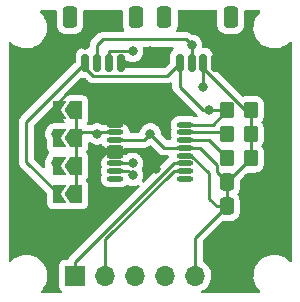
<source format=gbr>
%TF.GenerationSoftware,KiCad,Pcbnew,(6.0.7)*%
%TF.CreationDate,2022-08-07T18:23:06-05:00*%
%TF.ProjectId,ADS1219,41445331-3231-4392-9e6b-696361645f70,4*%
%TF.SameCoordinates,Original*%
%TF.FileFunction,Copper,L1,Top*%
%TF.FilePolarity,Positive*%
%FSLAX46Y46*%
G04 Gerber Fmt 4.6, Leading zero omitted, Abs format (unit mm)*
G04 Created by KiCad (PCBNEW (6.0.7)) date 2022-08-07 18:23:06*
%MOMM*%
%LPD*%
G01*
G04 APERTURE LIST*
G04 Aperture macros list*
%AMRoundRect*
0 Rectangle with rounded corners*
0 $1 Rounding radius*
0 $2 $3 $4 $5 $6 $7 $8 $9 X,Y pos of 4 corners*
0 Add a 4 corners polygon primitive as box body*
4,1,4,$2,$3,$4,$5,$6,$7,$8,$9,$2,$3,0*
0 Add four circle primitives for the rounded corners*
1,1,$1+$1,$2,$3*
1,1,$1+$1,$4,$5*
1,1,$1+$1,$6,$7*
1,1,$1+$1,$8,$9*
0 Add four rect primitives between the rounded corners*
20,1,$1+$1,$2,$3,$4,$5,0*
20,1,$1+$1,$4,$5,$6,$7,0*
20,1,$1+$1,$6,$7,$8,$9,0*
20,1,$1+$1,$8,$9,$2,$3,0*%
%AMFreePoly0*
4,1,6,1.000000,0.000000,0.500000,-0.750000,-0.500000,-0.750000,-0.500000,0.750000,0.500000,0.750000,1.000000,0.000000,1.000000,0.000000,$1*%
%AMFreePoly1*
4,1,6,0.500000,-0.750000,-0.650000,-0.750000,-0.150000,0.000000,-0.650000,0.750000,0.500000,0.750000,0.500000,-0.750000,0.500000,-0.750000,$1*%
G04 Aperture macros list end*
%TA.AperFunction,SMDPad,CuDef*%
%ADD10O,1.400000X0.449999*%
%TD*%
%TA.AperFunction,SMDPad,CuDef*%
%ADD11RoundRect,0.150000X0.150000X0.625000X-0.150000X0.625000X-0.150000X-0.625000X0.150000X-0.625000X0*%
%TD*%
%TA.AperFunction,SMDPad,CuDef*%
%ADD12RoundRect,0.250000X0.350000X0.650000X-0.350000X0.650000X-0.350000X-0.650000X0.350000X-0.650000X0*%
%TD*%
%TA.AperFunction,SMDPad,CuDef*%
%ADD13FreePoly0,180.000000*%
%TD*%
%TA.AperFunction,SMDPad,CuDef*%
%ADD14FreePoly1,180.000000*%
%TD*%
%TA.AperFunction,SMDPad,CuDef*%
%ADD15RoundRect,0.250000X0.350000X0.450000X-0.350000X0.450000X-0.350000X-0.450000X0.350000X-0.450000X0*%
%TD*%
%TA.AperFunction,SMDPad,CuDef*%
%ADD16RoundRect,0.250000X0.337500X0.475000X-0.337500X0.475000X-0.337500X-0.475000X0.337500X-0.475000X0*%
%TD*%
%TA.AperFunction,ComponentPad*%
%ADD17R,1.700000X1.700000*%
%TD*%
%TA.AperFunction,ComponentPad*%
%ADD18O,1.700000X1.700000*%
%TD*%
%TA.AperFunction,SMDPad,CuDef*%
%ADD19RoundRect,0.250000X-0.337500X-0.475000X0.337500X-0.475000X0.337500X0.475000X-0.337500X0.475000X0*%
%TD*%
%TA.AperFunction,ViaPad*%
%ADD20C,0.800000*%
%TD*%
%TA.AperFunction,Conductor*%
%ADD21C,0.250000*%
%TD*%
G04 APERTURE END LIST*
D10*
%TO.P,U1,1,A0*%
%TO.N,GND*%
X167550001Y-84225001D03*
%TO.P,U1,2,A1*%
%TO.N,/A1*%
X167550001Y-84875002D03*
%TO.P,U1,3,RESET_N*%
%TO.N,+3.3V*%
X167550001Y-85525001D03*
%TO.P,U1,4,DGND*%
%TO.N,GND*%
X167550001Y-86175002D03*
%TO.P,U1,5,AVSS*%
X167550001Y-86825001D03*
%TO.P,U1,6,AIN3*%
%TO.N,/AIN3*%
X167550001Y-87475002D03*
%TO.P,U1,7,AIN2*%
%TO.N,/AIN2*%
X167550001Y-88125001D03*
%TO.P,U1,8,REFN*%
%TO.N,unconnected-(U1-Pad8)*%
X167550001Y-88775002D03*
%TO.P,U1,9,REFP*%
%TO.N,unconnected-(U1-Pad9)*%
X173450002Y-88775002D03*
%TO.P,U1,10,AIN1*%
%TO.N,/AIN1*%
X173450002Y-88125001D03*
%TO.P,U1,11,AIN0*%
%TO.N,/AIN0*%
X173450002Y-87475002D03*
%TO.P,U1,12,AVDD*%
%TO.N,+3.3V*%
X173450002Y-86825001D03*
%TO.P,U1,13,DVDD*%
X173450002Y-86175002D03*
%TO.P,U1,14,DRDY_N*%
%TO.N,Net-(R2-Pad2)*%
X173450002Y-85525001D03*
%TO.P,U1,15,SDA*%
%TO.N,/SDA*%
X173450002Y-84875002D03*
%TO.P,U1,16,SCL*%
%TO.N,/SCL*%
X173450002Y-84225001D03*
%TD*%
D11*
%TO.P,J1,1,Pin_1*%
%TO.N,GND*%
X168000000Y-79000000D03*
%TO.P,J1,2,Pin_2*%
%TO.N,+3.3V*%
X167000000Y-79000000D03*
%TO.P,J1,3,Pin_3*%
%TO.N,/SDA*%
X166000000Y-79000000D03*
%TO.P,J1,4,Pin_4*%
%TO.N,/SCL*%
X165000000Y-79000000D03*
D12*
%TO.P,J1,MP*%
%TO.N,N/C*%
X163700000Y-75125000D03*
X169300000Y-75125000D03*
%TD*%
D13*
%TO.P,JP3,1,A*%
%TO.N,/A1*%
X164225000Y-87748570D03*
D14*
%TO.P,JP3,2,B*%
%TO.N,/SDA*%
X162775000Y-87748570D03*
%TD*%
D11*
%TO.P,J3,1,Pin_1*%
%TO.N,GND*%
X176000000Y-79000000D03*
%TO.P,J3,2,Pin_2*%
%TO.N,+3.3V*%
X175000000Y-79000000D03*
%TO.P,J3,3,Pin_3*%
%TO.N,/SDA*%
X174000000Y-79000000D03*
%TO.P,J3,4,Pin_4*%
%TO.N,/SCL*%
X173000000Y-79000000D03*
D12*
%TO.P,J3,MP*%
%TO.N,N/C*%
X171700000Y-75125000D03*
X177300000Y-75125000D03*
%TD*%
D15*
%TO.P,R3,1*%
%TO.N,+3.3V*%
X179000000Y-83000000D03*
%TO.P,R3,2*%
%TO.N,/SCL*%
X177000000Y-83000000D03*
%TD*%
D13*
%TO.P,JP1,1,A*%
%TO.N,/A1*%
X164225000Y-83000000D03*
D14*
%TO.P,JP1,2,B*%
%TO.N,GND*%
X162775000Y-83000000D03*
%TD*%
D16*
%TO.P,C1,1*%
%TO.N,GND*%
X179037500Y-89096000D03*
%TO.P,C1,2*%
%TO.N,+3.3V*%
X176962500Y-89096000D03*
%TD*%
D15*
%TO.P,R2,1*%
%TO.N,+3.3V*%
X179000000Y-87064000D03*
%TO.P,R2,2*%
%TO.N,Net-(R2-Pad2)*%
X177000000Y-87064000D03*
%TD*%
%TO.P,R1,1*%
%TO.N,+3.3V*%
X179000000Y-85032000D03*
%TO.P,R1,2*%
%TO.N,/SDA*%
X177000000Y-85032000D03*
%TD*%
D17*
%TO.P,J2,1,Pin_1*%
%TO.N,/AIN0*%
X164150000Y-97000000D03*
D18*
%TO.P,J2,2,Pin_2*%
%TO.N,/AIN1*%
X166690000Y-97000000D03*
%TO.P,J2,3,Pin_3*%
%TO.N,/AIN2*%
X169230000Y-97000000D03*
%TO.P,J2,4,Pin_4*%
%TO.N,/AIN3*%
X171770000Y-97000000D03*
%TO.P,J2,5,Pin_5*%
%TO.N,+3.3V*%
X174310000Y-97000000D03*
%TO.P,J2,6,Pin_6*%
%TO.N,GND*%
X176850000Y-97000000D03*
%TD*%
D13*
%TO.P,JP4,1,A*%
%TO.N,/A1*%
X164225000Y-90122855D03*
D14*
%TO.P,JP4,2,B*%
%TO.N,/SCL*%
X162775000Y-90122855D03*
%TD*%
D13*
%TO.P,JP2,1,A*%
%TO.N,/A1*%
X164225000Y-85374285D03*
D14*
%TO.P,JP2,2,B*%
%TO.N,+3.3V*%
X162775000Y-85374285D03*
%TD*%
D19*
%TO.P,C2,1*%
%TO.N,+3.3V*%
X176962500Y-91128000D03*
%TO.P,C2,2*%
%TO.N,GND*%
X179037500Y-91128000D03*
%TD*%
D20*
%TO.N,GND*%
X169000000Y-81500000D03*
X169000000Y-84500000D03*
X171000000Y-88000000D03*
%TO.N,/A1*%
X166000000Y-85000000D03*
%TO.N,/SCL*%
X175500000Y-83000000D03*
%TO.N,GND*%
X170500000Y-78000000D03*
X172000000Y-81500000D03*
X176000000Y-77500000D03*
X165000000Y-77500000D03*
%TO.N,+3.3V*%
X175000000Y-81000000D03*
X170500000Y-85000000D03*
X162500000Y-85000000D03*
X169000000Y-78000000D03*
%TO.N,/SDA*%
X177000000Y-85000000D03*
X162500000Y-87500000D03*
X174000000Y-77500000D03*
%TO.N,/AIN2*%
X169000000Y-88500000D03*
%TO.N,/AIN3*%
X169000000Y-87500000D03*
%TD*%
D21*
%TO.N,/A1*%
X166124998Y-84875002D02*
X167550001Y-84875002D01*
X166000000Y-85000000D02*
X166124998Y-84875002D01*
%TO.N,/SCL*%
X175500000Y-83000000D02*
X175000000Y-83000000D01*
%TO.N,+3.3V*%
X174675002Y-86175002D02*
X176122600Y-87622600D01*
X169000000Y-78000000D02*
X168947600Y-77947600D01*
X174310000Y-93780500D02*
X174310000Y-97000000D01*
X179000000Y-87064000D02*
X179000000Y-83000000D01*
X175500000Y-88339500D02*
X175500000Y-90500000D01*
X178545856Y-83000000D02*
X175000000Y-79454144D01*
X176968000Y-89096000D02*
X179000000Y-87064000D01*
X173450002Y-86175002D02*
X174675002Y-86175002D01*
X167052400Y-77947600D02*
X167000000Y-78000000D01*
X175000000Y-79454144D02*
X175000000Y-79000000D01*
X176128000Y-91128000D02*
X176962500Y-91128000D01*
X168947600Y-77947600D02*
X167052400Y-77947600D01*
X175000000Y-81000000D02*
X175000000Y-79000000D01*
X179000000Y-83000000D02*
X178545856Y-83000000D01*
X176962500Y-91128000D02*
X174310000Y-93780500D01*
X173450002Y-86825001D02*
X173985501Y-86825001D01*
X176122600Y-88256100D02*
X176962500Y-89096000D01*
X176122600Y-87622600D02*
X176122600Y-88256100D01*
X170500000Y-85000000D02*
X171675002Y-86175002D01*
X171675002Y-86175002D02*
X173450002Y-86175002D01*
X176962500Y-91128000D02*
X176962500Y-89096000D01*
X176962500Y-89096000D02*
X176968000Y-89096000D01*
X170500000Y-85000000D02*
X169974999Y-85525001D01*
X173985501Y-86825001D02*
X175500000Y-88339500D01*
X175500000Y-90500000D02*
X176128000Y-91128000D01*
X167000000Y-78000000D02*
X167000000Y-79000000D01*
X169974999Y-85525001D02*
X167550001Y-85525001D01*
%TO.N,/SDA*%
X173450002Y-84875002D02*
X176843002Y-84875002D01*
X176843002Y-84875002D02*
X177000000Y-85032000D01*
X174000000Y-77500000D02*
X174000000Y-79000000D01*
X177000000Y-85000000D02*
X177000000Y-85032000D01*
X173500000Y-77000000D02*
X166500000Y-77000000D01*
X166500000Y-77000000D02*
X166000000Y-77500000D01*
X166000000Y-77500000D02*
X166000000Y-79000000D01*
X174000000Y-77500000D02*
X173500000Y-77000000D01*
%TO.N,/SCL*%
X177000000Y-83000000D02*
X175774999Y-84225001D01*
X175774999Y-84225001D02*
X173450002Y-84225001D01*
X175000000Y-83000000D02*
X173000000Y-81000000D01*
X165000000Y-79379435D02*
X165000000Y-79000000D01*
X165000000Y-79000000D02*
X160000000Y-84000000D01*
X173000000Y-81000000D02*
X173000000Y-79000000D01*
X160000000Y-87347855D02*
X162775000Y-90122855D01*
X177000000Y-83000000D02*
X175500000Y-83000000D01*
X160000000Y-84000000D02*
X160000000Y-87347855D01*
X173000000Y-79000000D02*
X171947600Y-80052400D01*
X165672965Y-80052400D02*
X165000000Y-79379435D01*
X171947600Y-80052400D02*
X165672965Y-80052400D01*
%TO.N,/AIN0*%
X173450002Y-87475002D02*
X172500002Y-87475002D01*
X164150000Y-95825004D02*
X164150000Y-97000000D01*
X172500002Y-87475002D02*
X164150000Y-95825004D01*
%TO.N,/AIN1*%
X173450002Y-88125001D02*
X172500002Y-88125001D01*
X172500002Y-88125001D02*
X166690000Y-93935003D01*
X166690000Y-93935003D02*
X166690000Y-97000000D01*
%TO.N,/AIN2*%
X168625001Y-88125001D02*
X167550001Y-88125001D01*
X169000000Y-88500000D02*
X168625001Y-88125001D01*
%TO.N,/AIN3*%
X167574999Y-87500000D02*
X167550001Y-87475002D01*
X169000000Y-87500000D02*
X167574999Y-87500000D01*
%TO.N,Net-(R2-Pad2)*%
X173450002Y-85525001D02*
X175461001Y-85525001D01*
X175461001Y-85525001D02*
X177000000Y-87064000D01*
%TO.N,/A1*%
X164225000Y-85374285D02*
X164724283Y-84875002D01*
X164225000Y-83000000D02*
X164225000Y-90122855D01*
X164724283Y-84875002D02*
X167550001Y-84875002D01*
%TD*%
%TA.AperFunction,Conductor*%
%TO.N,GND*%
G36*
X176133621Y-74528502D02*
G01*
X176180114Y-74582158D01*
X176191500Y-74634500D01*
X176191500Y-75825400D01*
X176191837Y-75828646D01*
X176191837Y-75828650D01*
X176200208Y-75909322D01*
X176202474Y-75931166D01*
X176258450Y-76098946D01*
X176351522Y-76249348D01*
X176476697Y-76374305D01*
X176482927Y-76378145D01*
X176482928Y-76378146D01*
X176620090Y-76462694D01*
X176627262Y-76467115D01*
X176692764Y-76488841D01*
X176788611Y-76520632D01*
X176788613Y-76520632D01*
X176795139Y-76522797D01*
X176801975Y-76523497D01*
X176801978Y-76523498D01*
X176845031Y-76527909D01*
X176899600Y-76533500D01*
X177700400Y-76533500D01*
X177703646Y-76533163D01*
X177703650Y-76533163D01*
X177799308Y-76523238D01*
X177799312Y-76523237D01*
X177806166Y-76522526D01*
X177812702Y-76520345D01*
X177812704Y-76520345D01*
X177963824Y-76469927D01*
X177973946Y-76466550D01*
X178124348Y-76373478D01*
X178249305Y-76248303D01*
X178253146Y-76242072D01*
X178338275Y-76103968D01*
X178338276Y-76103966D01*
X178342115Y-76097738D01*
X178397797Y-75929861D01*
X178399902Y-75909322D01*
X178406358Y-75846307D01*
X178408500Y-75825400D01*
X178408500Y-74634500D01*
X178428502Y-74566379D01*
X178482158Y-74519886D01*
X178534500Y-74508500D01*
X179697141Y-74508500D01*
X179765262Y-74528502D01*
X179811755Y-74582158D01*
X179821859Y-74652432D01*
X179788916Y-74720832D01*
X179629557Y-74890237D01*
X179480576Y-75104991D01*
X179364975Y-75339407D01*
X179285293Y-75588335D01*
X179243279Y-75846307D01*
X179239858Y-76107655D01*
X179275104Y-76366638D01*
X179276412Y-76371124D01*
X179276412Y-76371126D01*
X179290080Y-76418019D01*
X179348243Y-76617567D01*
X179457668Y-76854928D01*
X179460231Y-76858837D01*
X179598410Y-77069596D01*
X179598414Y-77069601D01*
X179600976Y-77073509D01*
X179775018Y-77268506D01*
X179975970Y-77435637D01*
X179979973Y-77438066D01*
X180195422Y-77568804D01*
X180195426Y-77568806D01*
X180199419Y-77571229D01*
X180440455Y-77672303D01*
X180693783Y-77736641D01*
X180698434Y-77737109D01*
X180698438Y-77737110D01*
X180891308Y-77756531D01*
X180910867Y-77758500D01*
X181066354Y-77758500D01*
X181068679Y-77758327D01*
X181068685Y-77758327D01*
X181256000Y-77744407D01*
X181256004Y-77744406D01*
X181260652Y-77744061D01*
X181265200Y-77743032D01*
X181265206Y-77743031D01*
X181470849Y-77696498D01*
X181515577Y-77686377D01*
X181551769Y-77672303D01*
X181754824Y-77593340D01*
X181754827Y-77593339D01*
X181759177Y-77591647D01*
X181784229Y-77577329D01*
X181940810Y-77487835D01*
X181986098Y-77461951D01*
X182191357Y-77300138D01*
X182255294Y-77232171D01*
X182273725Y-77212578D01*
X182334969Y-77176666D01*
X182405907Y-77179566D01*
X182464015Y-77220357D01*
X182490846Y-77286088D01*
X182491500Y-77298911D01*
X182491500Y-95699708D01*
X182471498Y-95767829D01*
X182417842Y-95814322D01*
X182347568Y-95824426D01*
X182282988Y-95794932D01*
X182271497Y-95783610D01*
X182257412Y-95767829D01*
X182224982Y-95731494D01*
X182024030Y-95564363D01*
X181976844Y-95535730D01*
X181804578Y-95431196D01*
X181804574Y-95431194D01*
X181800581Y-95428771D01*
X181559545Y-95327697D01*
X181306217Y-95263359D01*
X181301566Y-95262891D01*
X181301562Y-95262890D01*
X181092271Y-95241816D01*
X181089133Y-95241500D01*
X180933646Y-95241500D01*
X180931321Y-95241673D01*
X180931315Y-95241673D01*
X180744000Y-95255593D01*
X180743996Y-95255594D01*
X180739348Y-95255939D01*
X180734800Y-95256968D01*
X180734794Y-95256969D01*
X180548399Y-95299147D01*
X180484423Y-95313623D01*
X180480071Y-95315315D01*
X180480069Y-95315316D01*
X180245176Y-95406660D01*
X180245173Y-95406661D01*
X180240823Y-95408353D01*
X180013902Y-95538049D01*
X179808643Y-95699862D01*
X179629557Y-95890237D01*
X179537981Y-96022243D01*
X179483696Y-96100494D01*
X179480576Y-96104991D01*
X179478510Y-96109181D01*
X179478508Y-96109184D01*
X179384597Y-96299618D01*
X179364975Y-96339407D01*
X179363553Y-96343850D01*
X179363552Y-96343852D01*
X179360690Y-96352792D01*
X179285293Y-96588335D01*
X179243279Y-96846307D01*
X179243218Y-96850980D01*
X179240396Y-97066590D01*
X179239858Y-97107655D01*
X179275104Y-97366638D01*
X179276412Y-97371124D01*
X179276412Y-97371126D01*
X179296098Y-97438664D01*
X179348243Y-97617567D01*
X179457668Y-97854928D01*
X179485995Y-97898134D01*
X179598410Y-98069596D01*
X179598414Y-98069601D01*
X179600976Y-98073509D01*
X179775018Y-98268506D01*
X179778611Y-98271494D01*
X179781978Y-98274746D01*
X179780400Y-98276380D01*
X179814782Y-98327680D01*
X179816149Y-98398663D01*
X179778923Y-98459118D01*
X179714922Y-98489849D01*
X179694592Y-98491500D01*
X174897160Y-98491500D01*
X174829039Y-98471498D01*
X174782546Y-98417842D01*
X174772442Y-98347568D01*
X174801936Y-98282988D01*
X174841728Y-98252349D01*
X175003346Y-98173173D01*
X175007994Y-98170896D01*
X175189860Y-98041173D01*
X175348096Y-97883489D01*
X175478453Y-97702077D01*
X175499320Y-97659857D01*
X175575136Y-97506453D01*
X175575137Y-97506451D01*
X175577430Y-97501811D01*
X175642370Y-97288069D01*
X175671529Y-97066590D01*
X175673156Y-97000000D01*
X175654852Y-96777361D01*
X175600431Y-96560702D01*
X175511354Y-96355840D01*
X175390014Y-96168277D01*
X175239670Y-96003051D01*
X175235619Y-95999852D01*
X175235615Y-95999848D01*
X175068414Y-95867800D01*
X175068410Y-95867798D01*
X175064359Y-95864598D01*
X175059835Y-95862101D01*
X175059831Y-95862098D01*
X175008608Y-95833822D01*
X174958636Y-95783390D01*
X174943500Y-95723513D01*
X174943500Y-94095094D01*
X174963502Y-94026973D01*
X174980405Y-94005999D01*
X176587999Y-92398405D01*
X176650311Y-92364379D01*
X176677094Y-92361500D01*
X177350400Y-92361500D01*
X177353646Y-92361163D01*
X177353650Y-92361163D01*
X177449308Y-92351238D01*
X177449312Y-92351237D01*
X177456166Y-92350526D01*
X177462702Y-92348345D01*
X177462704Y-92348345D01*
X177616998Y-92296868D01*
X177623946Y-92294550D01*
X177774348Y-92201478D01*
X177899305Y-92076303D01*
X177992115Y-91925738D01*
X178047797Y-91757861D01*
X178058500Y-91653400D01*
X178058500Y-90602600D01*
X178053634Y-90555699D01*
X178048238Y-90503692D01*
X178048237Y-90503688D01*
X178047526Y-90496834D01*
X178022304Y-90421233D01*
X177993868Y-90336002D01*
X177991550Y-90329054D01*
X177898478Y-90178652D01*
X177901212Y-90176960D01*
X177879951Y-90124462D01*
X177893107Y-90054695D01*
X177899638Y-90044508D01*
X177899305Y-90044303D01*
X177988275Y-89899968D01*
X177988276Y-89899966D01*
X177992115Y-89893738D01*
X178047797Y-89725861D01*
X178058500Y-89621400D01*
X178058500Y-88953595D01*
X178078502Y-88885474D01*
X178095405Y-88864499D01*
X178650501Y-88309404D01*
X178712813Y-88275379D01*
X178739596Y-88272500D01*
X179400400Y-88272500D01*
X179403646Y-88272163D01*
X179403650Y-88272163D01*
X179499308Y-88262238D01*
X179499312Y-88262237D01*
X179506166Y-88261526D01*
X179512702Y-88259345D01*
X179512704Y-88259345D01*
X179666998Y-88207868D01*
X179673946Y-88205550D01*
X179824348Y-88112478D01*
X179949305Y-87987303D01*
X179953146Y-87981072D01*
X180038275Y-87842968D01*
X180038276Y-87842966D01*
X180042115Y-87836738D01*
X180074461Y-87739217D01*
X180095632Y-87675389D01*
X180095632Y-87675387D01*
X180097797Y-87668861D01*
X180098512Y-87661889D01*
X180108172Y-87567598D01*
X180108500Y-87564400D01*
X180108500Y-86563600D01*
X180103202Y-86512535D01*
X180098238Y-86464692D01*
X180098237Y-86464688D01*
X180097526Y-86457834D01*
X180041550Y-86290054D01*
X179948478Y-86139652D01*
X179943296Y-86134479D01*
X179938749Y-86128742D01*
X179940551Y-86127314D01*
X179911809Y-86074774D01*
X179916819Y-86003955D01*
X179940542Y-85966976D01*
X179939596Y-85966229D01*
X179944134Y-85960483D01*
X179949305Y-85955303D01*
X179989008Y-85890893D01*
X180038275Y-85810968D01*
X180038276Y-85810966D01*
X180042115Y-85804738D01*
X180097797Y-85636861D01*
X180108500Y-85532400D01*
X180108500Y-84531600D01*
X180106866Y-84515847D01*
X180098238Y-84432692D01*
X180098237Y-84432688D01*
X180097526Y-84425834D01*
X180081318Y-84377251D01*
X180043868Y-84265002D01*
X180041550Y-84258054D01*
X179948478Y-84107652D01*
X179943296Y-84102479D01*
X179938749Y-84096742D01*
X179940551Y-84095314D01*
X179911809Y-84042774D01*
X179916819Y-83971955D01*
X179940542Y-83934976D01*
X179939596Y-83934229D01*
X179944134Y-83928483D01*
X179949305Y-83923303D01*
X179977758Y-83877144D01*
X180038275Y-83778968D01*
X180038276Y-83778966D01*
X180042115Y-83772738D01*
X180079856Y-83658953D01*
X180095632Y-83611389D01*
X180095632Y-83611387D01*
X180097797Y-83604861D01*
X180100001Y-83583356D01*
X180105356Y-83531086D01*
X180108500Y-83500400D01*
X180108500Y-82499600D01*
X180097526Y-82393834D01*
X180041550Y-82226054D01*
X179948478Y-82075652D01*
X179823303Y-81950695D01*
X179759328Y-81911260D01*
X179678968Y-81861725D01*
X179678966Y-81861724D01*
X179672738Y-81857885D01*
X179551957Y-81817824D01*
X179511389Y-81804368D01*
X179511387Y-81804368D01*
X179504861Y-81802203D01*
X179498025Y-81801503D01*
X179498022Y-81801502D01*
X179454969Y-81797091D01*
X179400400Y-81791500D01*
X178599600Y-81791500D01*
X178596354Y-81791837D01*
X178596350Y-81791837D01*
X178500692Y-81801762D01*
X178500688Y-81801763D01*
X178493834Y-81802474D01*
X178487300Y-81804654D01*
X178487295Y-81804655D01*
X178380565Y-81840263D01*
X178309615Y-81842847D01*
X178251594Y-81809834D01*
X177053713Y-80611952D01*
X175845405Y-79403644D01*
X175811379Y-79341332D01*
X175808500Y-79314549D01*
X175808500Y-78308498D01*
X175805562Y-78271169D01*
X175759145Y-78111399D01*
X175742107Y-78082589D01*
X175678491Y-77975020D01*
X175678489Y-77975017D01*
X175674453Y-77968193D01*
X175556807Y-77850547D01*
X175549983Y-77846511D01*
X175549980Y-77846509D01*
X175420427Y-77769892D01*
X175420428Y-77769892D01*
X175413601Y-77765855D01*
X175405990Y-77763644D01*
X175405988Y-77763643D01*
X175335039Y-77743031D01*
X175253831Y-77719438D01*
X175247426Y-77718934D01*
X175247421Y-77718933D01*
X175218958Y-77716693D01*
X175218950Y-77716693D01*
X175216502Y-77716500D01*
X175030686Y-77716500D01*
X174962565Y-77696498D01*
X174916072Y-77642842D01*
X174905376Y-77577329D01*
X174906018Y-77571229D01*
X174913504Y-77500000D01*
X174904285Y-77412289D01*
X174894232Y-77316635D01*
X174894232Y-77316633D01*
X174893542Y-77310072D01*
X174834527Y-77128444D01*
X174823742Y-77109763D01*
X174742341Y-76968774D01*
X174739040Y-76963056D01*
X174611253Y-76821134D01*
X174456752Y-76708882D01*
X174450724Y-76706198D01*
X174450722Y-76706197D01*
X174288319Y-76633891D01*
X174288318Y-76633891D01*
X174282288Y-76631206D01*
X174188887Y-76611353D01*
X174101944Y-76592872D01*
X174101939Y-76592872D01*
X174095487Y-76591500D01*
X174040309Y-76591500D01*
X173972188Y-76571498D01*
X173954058Y-76557352D01*
X173942349Y-76546357D01*
X173939505Y-76543600D01*
X173919770Y-76523865D01*
X173916573Y-76521385D01*
X173907551Y-76513680D01*
X173894122Y-76501069D01*
X173875321Y-76483414D01*
X173868375Y-76479595D01*
X173868372Y-76479593D01*
X173857566Y-76473652D01*
X173841047Y-76462801D01*
X173840583Y-76462441D01*
X173825041Y-76450386D01*
X173817772Y-76447241D01*
X173817768Y-76447238D01*
X173784463Y-76432826D01*
X173773813Y-76427609D01*
X173735060Y-76406305D01*
X173715437Y-76401267D01*
X173696734Y-76394863D01*
X173685420Y-76389967D01*
X173685419Y-76389967D01*
X173678145Y-76386819D01*
X173670322Y-76385580D01*
X173670312Y-76385577D01*
X173634476Y-76379901D01*
X173622856Y-76377495D01*
X173587711Y-76368472D01*
X173587710Y-76368472D01*
X173580030Y-76366500D01*
X173559776Y-76366500D01*
X173540065Y-76364949D01*
X173527886Y-76363020D01*
X173520057Y-76361780D01*
X173490786Y-76364547D01*
X173476039Y-76365941D01*
X173464181Y-76366500D01*
X172802130Y-76366500D01*
X172734009Y-76346498D01*
X172687516Y-76292842D01*
X172677412Y-76222568D01*
X172694870Y-76174384D01*
X172738275Y-76103968D01*
X172738276Y-76103966D01*
X172742115Y-76097738D01*
X172797797Y-75929861D01*
X172799902Y-75909322D01*
X172806358Y-75846307D01*
X172808500Y-75825400D01*
X172808500Y-74634500D01*
X172828502Y-74566379D01*
X172882158Y-74519886D01*
X172934500Y-74508500D01*
X176065500Y-74508500D01*
X176133621Y-74528502D01*
G37*
%TD.AperFunction*%
%TA.AperFunction,Conductor*%
G36*
X162533621Y-74528502D02*
G01*
X162580114Y-74582158D01*
X162591500Y-74634500D01*
X162591500Y-75825400D01*
X162591837Y-75828646D01*
X162591837Y-75828650D01*
X162600208Y-75909322D01*
X162602474Y-75931166D01*
X162658450Y-76098946D01*
X162751522Y-76249348D01*
X162876697Y-76374305D01*
X162882927Y-76378145D01*
X162882928Y-76378146D01*
X163020090Y-76462694D01*
X163027262Y-76467115D01*
X163092764Y-76488841D01*
X163188611Y-76520632D01*
X163188613Y-76520632D01*
X163195139Y-76522797D01*
X163201975Y-76523497D01*
X163201978Y-76523498D01*
X163245031Y-76527909D01*
X163299600Y-76533500D01*
X164100400Y-76533500D01*
X164103646Y-76533163D01*
X164103650Y-76533163D01*
X164199308Y-76523238D01*
X164199312Y-76523237D01*
X164206166Y-76522526D01*
X164212702Y-76520345D01*
X164212704Y-76520345D01*
X164363824Y-76469927D01*
X164373946Y-76466550D01*
X164524348Y-76373478D01*
X164649305Y-76248303D01*
X164653146Y-76242072D01*
X164738275Y-76103968D01*
X164738276Y-76103966D01*
X164742115Y-76097738D01*
X164797797Y-75929861D01*
X164799902Y-75909322D01*
X164806358Y-75846307D01*
X164808500Y-75825400D01*
X164808500Y-74634500D01*
X164828502Y-74566379D01*
X164882158Y-74519886D01*
X164934500Y-74508500D01*
X168065500Y-74508500D01*
X168133621Y-74528502D01*
X168180114Y-74582158D01*
X168191500Y-74634500D01*
X168191500Y-75825400D01*
X168191837Y-75828646D01*
X168191837Y-75828650D01*
X168200208Y-75909322D01*
X168202474Y-75931166D01*
X168258450Y-76098946D01*
X168305017Y-76174197D01*
X168323855Y-76242649D01*
X168302694Y-76310418D01*
X168248253Y-76355990D01*
X168197873Y-76366500D01*
X166578768Y-76366500D01*
X166567585Y-76365973D01*
X166560092Y-76364298D01*
X166552166Y-76364547D01*
X166552165Y-76364547D01*
X166492002Y-76366438D01*
X166488044Y-76366500D01*
X166460144Y-76366500D01*
X166456154Y-76367004D01*
X166444320Y-76367936D01*
X166400111Y-76369326D01*
X166392497Y-76371538D01*
X166392492Y-76371539D01*
X166380659Y-76374977D01*
X166361296Y-76378988D01*
X166341203Y-76381526D01*
X166333836Y-76384443D01*
X166333831Y-76384444D01*
X166300092Y-76397802D01*
X166288865Y-76401646D01*
X166246407Y-76413982D01*
X166239581Y-76418019D01*
X166228972Y-76424293D01*
X166211224Y-76432988D01*
X166192383Y-76440448D01*
X166185967Y-76445110D01*
X166185966Y-76445110D01*
X166156613Y-76466436D01*
X166146693Y-76472952D01*
X166115465Y-76491420D01*
X166115462Y-76491422D01*
X166108638Y-76495458D01*
X166094317Y-76509779D01*
X166079284Y-76522619D01*
X166062893Y-76534528D01*
X166036516Y-76566413D01*
X166034712Y-76568593D01*
X166026722Y-76577374D01*
X165607742Y-76996353D01*
X165599463Y-77003887D01*
X165592982Y-77008000D01*
X165546357Y-77057651D01*
X165543602Y-77060493D01*
X165523865Y-77080230D01*
X165521385Y-77083427D01*
X165513682Y-77092447D01*
X165483414Y-77124679D01*
X165479595Y-77131625D01*
X165479593Y-77131628D01*
X165473652Y-77142434D01*
X165462801Y-77158953D01*
X165450386Y-77174959D01*
X165447241Y-77182228D01*
X165447238Y-77182232D01*
X165432826Y-77215537D01*
X165427609Y-77226187D01*
X165406305Y-77264940D01*
X165404334Y-77272615D01*
X165404334Y-77272616D01*
X165401267Y-77284562D01*
X165394863Y-77303266D01*
X165386819Y-77321855D01*
X165385580Y-77329678D01*
X165385577Y-77329688D01*
X165379901Y-77365524D01*
X165377495Y-77377144D01*
X165366500Y-77419970D01*
X165366500Y-77440224D01*
X165364949Y-77459934D01*
X165361780Y-77479943D01*
X165362526Y-77487835D01*
X165365941Y-77523961D01*
X165366500Y-77535819D01*
X165366500Y-77591999D01*
X165346498Y-77660120D01*
X165292842Y-77706613D01*
X165230611Y-77717610D01*
X165218976Y-77716694D01*
X165218958Y-77716693D01*
X165216502Y-77716500D01*
X164783498Y-77716500D01*
X164781050Y-77716693D01*
X164781042Y-77716693D01*
X164752579Y-77718933D01*
X164752574Y-77718934D01*
X164746169Y-77719438D01*
X164664961Y-77743031D01*
X164594012Y-77763643D01*
X164594010Y-77763644D01*
X164586399Y-77765855D01*
X164579572Y-77769892D01*
X164579573Y-77769892D01*
X164450020Y-77846509D01*
X164450017Y-77846511D01*
X164443193Y-77850547D01*
X164325547Y-77968193D01*
X164321511Y-77975017D01*
X164321509Y-77975020D01*
X164257893Y-78082589D01*
X164240855Y-78111399D01*
X164194438Y-78271169D01*
X164191500Y-78308498D01*
X164191500Y-78860406D01*
X164171498Y-78928527D01*
X164154596Y-78949500D01*
X161873665Y-81230430D01*
X159607747Y-83496348D01*
X159599461Y-83503888D01*
X159592982Y-83508000D01*
X159587557Y-83513777D01*
X159546357Y-83557651D01*
X159543602Y-83560493D01*
X159523865Y-83580230D01*
X159521385Y-83583427D01*
X159513682Y-83592447D01*
X159483414Y-83624679D01*
X159479595Y-83631625D01*
X159479593Y-83631628D01*
X159473652Y-83642434D01*
X159462801Y-83658953D01*
X159450386Y-83674959D01*
X159447241Y-83682228D01*
X159447238Y-83682232D01*
X159432826Y-83715537D01*
X159427609Y-83726187D01*
X159406305Y-83764940D01*
X159404334Y-83772615D01*
X159404334Y-83772616D01*
X159401267Y-83784562D01*
X159394863Y-83803266D01*
X159386819Y-83821855D01*
X159385580Y-83829678D01*
X159385577Y-83829688D01*
X159379901Y-83865524D01*
X159377495Y-83877144D01*
X159366500Y-83919970D01*
X159366500Y-83940224D01*
X159364949Y-83959934D01*
X159361780Y-83979943D01*
X159362526Y-83987835D01*
X159365941Y-84023961D01*
X159366500Y-84035819D01*
X159366500Y-87269088D01*
X159365973Y-87280271D01*
X159364298Y-87287764D01*
X159364547Y-87295690D01*
X159364547Y-87295691D01*
X159366438Y-87355841D01*
X159366500Y-87359800D01*
X159366500Y-87387711D01*
X159366997Y-87391645D01*
X159366997Y-87391646D01*
X159367005Y-87391711D01*
X159367938Y-87403548D01*
X159369327Y-87447744D01*
X159374978Y-87467194D01*
X159378987Y-87486555D01*
X159381526Y-87506652D01*
X159384445Y-87514023D01*
X159384445Y-87514025D01*
X159397804Y-87547767D01*
X159401649Y-87558997D01*
X159413982Y-87601448D01*
X159418015Y-87608267D01*
X159418017Y-87608272D01*
X159424293Y-87618883D01*
X159432988Y-87636631D01*
X159440448Y-87655472D01*
X159445110Y-87661888D01*
X159445110Y-87661889D01*
X159466436Y-87691242D01*
X159472952Y-87701162D01*
X159495458Y-87739217D01*
X159509779Y-87753538D01*
X159522619Y-87768571D01*
X159534528Y-87784962D01*
X159540634Y-87790013D01*
X159568605Y-87813153D01*
X159577384Y-87821143D01*
X161724366Y-89968125D01*
X161758392Y-90030437D01*
X161761271Y-90057220D01*
X161761271Y-90872855D01*
X161766500Y-90945966D01*
X161807696Y-91086266D01*
X161812567Y-91093845D01*
X161881878Y-91201696D01*
X161881880Y-91201699D01*
X161886750Y-91209276D01*
X161893560Y-91215177D01*
X161990445Y-91299129D01*
X161990448Y-91299131D01*
X161997257Y-91305031D01*
X162130266Y-91365774D01*
X162139189Y-91367057D01*
X162155100Y-91369345D01*
X162275000Y-91386584D01*
X163425000Y-91386584D01*
X163427514Y-91386383D01*
X163499647Y-91380615D01*
X163499650Y-91380614D01*
X163506645Y-91380055D01*
X163513343Y-91377965D01*
X163513345Y-91377965D01*
X163533981Y-91371527D01*
X163589438Y-91367093D01*
X163647214Y-91375400D01*
X163725000Y-91386584D01*
X164725000Y-91386584D01*
X164756986Y-91384296D01*
X164791373Y-91381837D01*
X164791374Y-91381837D01*
X164798111Y-91381355D01*
X164877618Y-91358010D01*
X164929765Y-91342698D01*
X164929767Y-91342697D01*
X164938411Y-91340159D01*
X165002255Y-91299129D01*
X165053841Y-91265977D01*
X165053844Y-91265975D01*
X165061421Y-91261105D01*
X165106331Y-91209276D01*
X165151274Y-91157410D01*
X165151276Y-91157407D01*
X165157176Y-91150598D01*
X165217919Y-91017589D01*
X165238729Y-90872855D01*
X165238729Y-89372855D01*
X165233500Y-89299744D01*
X165192304Y-89159444D01*
X165167035Y-89120125D01*
X165118122Y-89044014D01*
X165118120Y-89044011D01*
X165113250Y-89036434D01*
X165106439Y-89030532D01*
X165106437Y-89030530D01*
X165104823Y-89029131D01*
X165103669Y-89027335D01*
X165100539Y-89023723D01*
X165101059Y-89023273D01*
X165066442Y-88969404D01*
X165066444Y-88898407D01*
X165092115Y-88851397D01*
X165151274Y-88783125D01*
X165151276Y-88783122D01*
X165157176Y-88776313D01*
X165217919Y-88643304D01*
X165238729Y-88498570D01*
X165238729Y-86998570D01*
X165233500Y-86925459D01*
X165199614Y-86810053D01*
X165194843Y-86793805D01*
X165194842Y-86793803D01*
X165192304Y-86785159D01*
X165164680Y-86742176D01*
X165118122Y-86669729D01*
X165118120Y-86669726D01*
X165113250Y-86662149D01*
X165106439Y-86656247D01*
X165106437Y-86656245D01*
X165104823Y-86654846D01*
X165103669Y-86653050D01*
X165100539Y-86649438D01*
X165101059Y-86648988D01*
X165066442Y-86595119D01*
X165066444Y-86524122D01*
X165092115Y-86477112D01*
X165151274Y-86408840D01*
X165151276Y-86408837D01*
X165157176Y-86402028D01*
X165217919Y-86269019D01*
X165238729Y-86124285D01*
X165238729Y-85817161D01*
X165258731Y-85749040D01*
X165312387Y-85702547D01*
X165382661Y-85692443D01*
X165438790Y-85715225D01*
X165537906Y-85787237D01*
X165543248Y-85791118D01*
X165549276Y-85793802D01*
X165549278Y-85793803D01*
X165708110Y-85864519D01*
X165717712Y-85868794D01*
X165811113Y-85888647D01*
X165898056Y-85907128D01*
X165898061Y-85907128D01*
X165904513Y-85908500D01*
X166095487Y-85908500D01*
X166101939Y-85907128D01*
X166101944Y-85907128D01*
X166240660Y-85877642D01*
X166282288Y-85868794D01*
X166288321Y-85866108D01*
X166288324Y-85866107D01*
X166291322Y-85864772D01*
X166293211Y-85864519D01*
X166294598Y-85864068D01*
X166294680Y-85864322D01*
X166361690Y-85855339D01*
X166425986Y-85885448D01*
X166444050Y-85905198D01*
X166497090Y-85977271D01*
X166534901Y-86028651D01*
X166665252Y-86139392D01*
X166706987Y-86160703D01*
X166791542Y-86203879D01*
X166817582Y-86217176D01*
X166824688Y-86218915D01*
X166824691Y-86218916D01*
X166903613Y-86238228D01*
X166983721Y-86257830D01*
X166989323Y-86258178D01*
X166989326Y-86258178D01*
X166992581Y-86258380D01*
X166992591Y-86258380D01*
X166994520Y-86258500D01*
X168067828Y-86258500D01*
X168157196Y-86248081D01*
X168187620Y-86244534D01*
X168187622Y-86244534D01*
X168194892Y-86243686D01*
X168201770Y-86241190D01*
X168201772Y-86241189D01*
X168348790Y-86187824D01*
X168355669Y-86185327D01*
X168365120Y-86179131D01*
X168367671Y-86178369D01*
X168368336Y-86178036D01*
X168368395Y-86178153D01*
X168434207Y-86158501D01*
X169896232Y-86158501D01*
X169907415Y-86159028D01*
X169914908Y-86160703D01*
X169922834Y-86160454D01*
X169922835Y-86160454D01*
X169982985Y-86158563D01*
X169986944Y-86158501D01*
X170014855Y-86158501D01*
X170018790Y-86158004D01*
X170018855Y-86157996D01*
X170030692Y-86157063D01*
X170062950Y-86156049D01*
X170066969Y-86155923D01*
X170074888Y-86155674D01*
X170094342Y-86150022D01*
X170113699Y-86146014D01*
X170125929Y-86144469D01*
X170125930Y-86144469D01*
X170133796Y-86143475D01*
X170141167Y-86140556D01*
X170141169Y-86140556D01*
X170174911Y-86127197D01*
X170186141Y-86123352D01*
X170220982Y-86113230D01*
X170220983Y-86113230D01*
X170228592Y-86111019D01*
X170235411Y-86106986D01*
X170235416Y-86106984D01*
X170246027Y-86100708D01*
X170263775Y-86092013D01*
X170282616Y-86084553D01*
X170318386Y-86058565D01*
X170328306Y-86052049D01*
X170359534Y-86033581D01*
X170359537Y-86033579D01*
X170366361Y-86029543D01*
X170380682Y-86015222D01*
X170395716Y-86002381D01*
X170405693Y-85995132D01*
X170412106Y-85990473D01*
X170416749Y-85984860D01*
X170479846Y-85952939D01*
X170550468Y-85960228D01*
X170591842Y-85987746D01*
X170887919Y-86283824D01*
X171171355Y-86567260D01*
X171178889Y-86575539D01*
X171183002Y-86582020D01*
X171200800Y-86598733D01*
X171232653Y-86628645D01*
X171235495Y-86631400D01*
X171255232Y-86651137D01*
X171258429Y-86653617D01*
X171267449Y-86661320D01*
X171299681Y-86691588D01*
X171306627Y-86695407D01*
X171306630Y-86695409D01*
X171317436Y-86701350D01*
X171333955Y-86712201D01*
X171349961Y-86724616D01*
X171357230Y-86727761D01*
X171357234Y-86727764D01*
X171390539Y-86742176D01*
X171401189Y-86747393D01*
X171439942Y-86768697D01*
X171447617Y-86770668D01*
X171447618Y-86770668D01*
X171459564Y-86773735D01*
X171478269Y-86780139D01*
X171496857Y-86788183D01*
X171504680Y-86789422D01*
X171504690Y-86789425D01*
X171540526Y-86795101D01*
X171552146Y-86797507D01*
X171587291Y-86806530D01*
X171594972Y-86808502D01*
X171615226Y-86808502D01*
X171634936Y-86810053D01*
X171654945Y-86813222D01*
X171662837Y-86812476D01*
X171698963Y-86809061D01*
X171710821Y-86808502D01*
X171961435Y-86808502D01*
X172029556Y-86828504D01*
X172076049Y-86882160D01*
X172086153Y-86952434D01*
X172058520Y-87014817D01*
X172034704Y-87043606D01*
X172026714Y-87052386D01*
X170001721Y-89077378D01*
X169939409Y-89111404D01*
X169868593Y-89106339D01*
X169811758Y-89063792D01*
X169786947Y-88997272D01*
X169803506Y-88925286D01*
X169834527Y-88871556D01*
X169893542Y-88689928D01*
X169898346Y-88644226D01*
X169912814Y-88506565D01*
X169913504Y-88500000D01*
X169908183Y-88449372D01*
X169894232Y-88316635D01*
X169894232Y-88316633D01*
X169893542Y-88310072D01*
X169834527Y-88128444D01*
X169796743Y-88063000D01*
X169780005Y-87994005D01*
X169796743Y-87937000D01*
X169831223Y-87877279D01*
X169831224Y-87877278D01*
X169834527Y-87871556D01*
X169893542Y-87689928D01*
X169897164Y-87655472D01*
X169912814Y-87506565D01*
X169913504Y-87500000D01*
X169901702Y-87387711D01*
X169894232Y-87316635D01*
X169894232Y-87316633D01*
X169893542Y-87310072D01*
X169834527Y-87128444D01*
X169739040Y-86963056D01*
X169722719Y-86944929D01*
X169615675Y-86826045D01*
X169615674Y-86826044D01*
X169611253Y-86821134D01*
X169501651Y-86741503D01*
X169462094Y-86712763D01*
X169462093Y-86712762D01*
X169456752Y-86708882D01*
X169450724Y-86706198D01*
X169450722Y-86706197D01*
X169288319Y-86633891D01*
X169288318Y-86633891D01*
X169282288Y-86631206D01*
X169184028Y-86610320D01*
X169101944Y-86592872D01*
X169101939Y-86592872D01*
X169095487Y-86591500D01*
X168904513Y-86591500D01*
X168898061Y-86592872D01*
X168898056Y-86592872D01*
X168815972Y-86610320D01*
X168717712Y-86631206D01*
X168711682Y-86633891D01*
X168711681Y-86633891D01*
X168549278Y-86706197D01*
X168549276Y-86706198D01*
X168543248Y-86708882D01*
X168537907Y-86712762D01*
X168537906Y-86712763D01*
X168438353Y-86785093D01*
X168371485Y-86808951D01*
X168306990Y-86795373D01*
X168288939Y-86786156D01*
X168282420Y-86782827D01*
X168275314Y-86781088D01*
X168275311Y-86781087D01*
X168184287Y-86758814D01*
X168116281Y-86742173D01*
X168110679Y-86741825D01*
X168110676Y-86741825D01*
X168107421Y-86741623D01*
X168107411Y-86741623D01*
X168105482Y-86741503D01*
X167032174Y-86741503D01*
X166942806Y-86751922D01*
X166912382Y-86755469D01*
X166912380Y-86755469D01*
X166905110Y-86756317D01*
X166898232Y-86758813D01*
X166898230Y-86758814D01*
X166751211Y-86812179D01*
X166751208Y-86812181D01*
X166744333Y-86814676D01*
X166601295Y-86908457D01*
X166483666Y-87032628D01*
X166397758Y-87180529D01*
X166395637Y-87187533D01*
X166395635Y-87187537D01*
X166350303Y-87337213D01*
X166348179Y-87344226D01*
X166337589Y-87514939D01*
X166366554Y-87683509D01*
X166369419Y-87690243D01*
X166369420Y-87690245D01*
X166392888Y-87745397D01*
X166401155Y-87815911D01*
X166397538Y-87831254D01*
X166365511Y-87937000D01*
X166348179Y-87994225D01*
X166347726Y-88001535D01*
X166347725Y-88001538D01*
X166343913Y-88063000D01*
X166337589Y-88164938D01*
X166338829Y-88172154D01*
X166338829Y-88172156D01*
X166345885Y-88213221D01*
X166366554Y-88333508D01*
X166369417Y-88340236D01*
X166369418Y-88340240D01*
X166392889Y-88395400D01*
X166401155Y-88465913D01*
X166397539Y-88481253D01*
X166348179Y-88644226D01*
X166337589Y-88814939D01*
X166366554Y-88983509D01*
X166369419Y-88990243D01*
X166369420Y-88990245D01*
X166420975Y-89111404D01*
X166433523Y-89140894D01*
X166534901Y-89278652D01*
X166665252Y-89389393D01*
X166817582Y-89467177D01*
X166824688Y-89468916D01*
X166824691Y-89468917D01*
X166903613Y-89488229D01*
X166983721Y-89507831D01*
X166989323Y-89508179D01*
X166989326Y-89508179D01*
X166992581Y-89508381D01*
X166992591Y-89508381D01*
X166994520Y-89508501D01*
X168067828Y-89508501D01*
X168157196Y-89498082D01*
X168187620Y-89494535D01*
X168187622Y-89494535D01*
X168194892Y-89493687D01*
X168201770Y-89491191D01*
X168201772Y-89491190D01*
X168348791Y-89437825D01*
X168348794Y-89437823D01*
X168355669Y-89435328D01*
X168498707Y-89341547D01*
X168499433Y-89342655D01*
X168557488Y-89317370D01*
X168624465Y-89327278D01*
X168659003Y-89342655D01*
X168717712Y-89368794D01*
X168811112Y-89388647D01*
X168898056Y-89407128D01*
X168898061Y-89407128D01*
X168904513Y-89408500D01*
X169095487Y-89408500D01*
X169101939Y-89407128D01*
X169101944Y-89407128D01*
X169188888Y-89388647D01*
X169282288Y-89368794D01*
X169288315Y-89366111D01*
X169288323Y-89366108D01*
X169432750Y-89301805D01*
X169503117Y-89292371D01*
X169567414Y-89322478D01*
X169605227Y-89382567D01*
X169604551Y-89453560D01*
X169573093Y-89506006D01*
X163757747Y-95321352D01*
X163749461Y-95328892D01*
X163742982Y-95333004D01*
X163737557Y-95338781D01*
X163696357Y-95382655D01*
X163693602Y-95385497D01*
X163673865Y-95405234D01*
X163671385Y-95408431D01*
X163663682Y-95417451D01*
X163633414Y-95449683D01*
X163629595Y-95456629D01*
X163629593Y-95456632D01*
X163623652Y-95467438D01*
X163612801Y-95483957D01*
X163600386Y-95499963D01*
X163597241Y-95507232D01*
X163597238Y-95507236D01*
X163582826Y-95540541D01*
X163577605Y-95551199D01*
X163571704Y-95561934D01*
X163563861Y-95576200D01*
X163513516Y-95626259D01*
X163453446Y-95641500D01*
X163251866Y-95641500D01*
X163189684Y-95648255D01*
X163053295Y-95699385D01*
X162936739Y-95786739D01*
X162849385Y-95903295D01*
X162798255Y-96039684D01*
X162791500Y-96101866D01*
X162791500Y-97898134D01*
X162798255Y-97960316D01*
X162849385Y-98096705D01*
X162936739Y-98213261D01*
X162943919Y-98218642D01*
X162943920Y-98218643D01*
X163005339Y-98264674D01*
X163047854Y-98321533D01*
X163052880Y-98392352D01*
X163018820Y-98454645D01*
X162956489Y-98488635D01*
X162929774Y-98491500D01*
X161322859Y-98491500D01*
X161254738Y-98471498D01*
X161208245Y-98417842D01*
X161198141Y-98347568D01*
X161231084Y-98279167D01*
X161240485Y-98269174D01*
X161390443Y-98109763D01*
X161526856Y-97913126D01*
X161536759Y-97898851D01*
X161536761Y-97898848D01*
X161539424Y-97895009D01*
X161632496Y-97706277D01*
X161652960Y-97664781D01*
X161652961Y-97664778D01*
X161655025Y-97660593D01*
X161734707Y-97411665D01*
X161776721Y-97153693D01*
X161780142Y-96892345D01*
X161744896Y-96633362D01*
X161730473Y-96583877D01*
X161673068Y-96386932D01*
X161671757Y-96382433D01*
X161659498Y-96355840D01*
X161575030Y-96172617D01*
X161562332Y-96145072D01*
X161511500Y-96067540D01*
X161421590Y-95930404D01*
X161421586Y-95930399D01*
X161419024Y-95926491D01*
X161244982Y-95731494D01*
X161044030Y-95564363D01*
X160996844Y-95535730D01*
X160824578Y-95431196D01*
X160824574Y-95431194D01*
X160820581Y-95428771D01*
X160579545Y-95327697D01*
X160326217Y-95263359D01*
X160321566Y-95262891D01*
X160321562Y-95262890D01*
X160112271Y-95241816D01*
X160109133Y-95241500D01*
X159953646Y-95241500D01*
X159951321Y-95241673D01*
X159951315Y-95241673D01*
X159764000Y-95255593D01*
X159763996Y-95255594D01*
X159759348Y-95255939D01*
X159754800Y-95256968D01*
X159754794Y-95256969D01*
X159568399Y-95299147D01*
X159504423Y-95313623D01*
X159500071Y-95315315D01*
X159500069Y-95315316D01*
X159265176Y-95406660D01*
X159265173Y-95406661D01*
X159260823Y-95408353D01*
X159033902Y-95538049D01*
X158828643Y-95699862D01*
X158739211Y-95794932D01*
X158726275Y-95808683D01*
X158665031Y-95844595D01*
X158594094Y-95841695D01*
X158535985Y-95800904D01*
X158509154Y-95735173D01*
X158508500Y-95722350D01*
X158508500Y-77300292D01*
X158528502Y-77232171D01*
X158582158Y-77185678D01*
X158652432Y-77175574D01*
X158717012Y-77205068D01*
X158728499Y-77216386D01*
X158775018Y-77268506D01*
X158975970Y-77435637D01*
X158979973Y-77438066D01*
X159195422Y-77568804D01*
X159195426Y-77568806D01*
X159199419Y-77571229D01*
X159440455Y-77672303D01*
X159693783Y-77736641D01*
X159698434Y-77737109D01*
X159698438Y-77737110D01*
X159891308Y-77756531D01*
X159910867Y-77758500D01*
X160066354Y-77758500D01*
X160068679Y-77758327D01*
X160068685Y-77758327D01*
X160256000Y-77744407D01*
X160256004Y-77744406D01*
X160260652Y-77744061D01*
X160265200Y-77743032D01*
X160265206Y-77743031D01*
X160470849Y-77696498D01*
X160515577Y-77686377D01*
X160551769Y-77672303D01*
X160754824Y-77593340D01*
X160754827Y-77593339D01*
X160759177Y-77591647D01*
X160784229Y-77577329D01*
X160940810Y-77487835D01*
X160986098Y-77461951D01*
X161191357Y-77300138D01*
X161370443Y-77109763D01*
X161519424Y-76895009D01*
X161635025Y-76660593D01*
X161661664Y-76577374D01*
X161713280Y-76416123D01*
X161714707Y-76411665D01*
X161756721Y-76153693D01*
X161759548Y-75937704D01*
X161760081Y-75897022D01*
X161760081Y-75897019D01*
X161760142Y-75892345D01*
X161724896Y-75633362D01*
X161710473Y-75583877D01*
X161653068Y-75386932D01*
X161651757Y-75382433D01*
X161542332Y-75145072D01*
X161489663Y-75064739D01*
X161401590Y-74930404D01*
X161401586Y-74930399D01*
X161399024Y-74926491D01*
X161224982Y-74731494D01*
X161221389Y-74728506D01*
X161218022Y-74725254D01*
X161219600Y-74723620D01*
X161185218Y-74672320D01*
X161183851Y-74601337D01*
X161221077Y-74540882D01*
X161285078Y-74510151D01*
X161305408Y-74508500D01*
X162465500Y-74508500D01*
X162533621Y-74528502D01*
G37*
%TD.AperFunction*%
%TA.AperFunction,Conductor*%
G36*
X164716351Y-80271899D02*
G01*
X164746169Y-80280562D01*
X164752574Y-80281066D01*
X164752579Y-80281067D01*
X164781042Y-80283307D01*
X164781050Y-80283307D01*
X164783498Y-80283500D01*
X164955971Y-80283500D01*
X165024092Y-80303502D01*
X165045066Y-80320405D01*
X165169308Y-80444647D01*
X165176852Y-80452937D01*
X165180965Y-80459418D01*
X165186742Y-80464843D01*
X165230632Y-80506058D01*
X165233474Y-80508813D01*
X165253195Y-80528534D01*
X165256390Y-80531012D01*
X165265412Y-80538718D01*
X165297644Y-80568986D01*
X165304593Y-80572806D01*
X165315397Y-80578746D01*
X165331921Y-80589599D01*
X165347924Y-80602013D01*
X165388508Y-80619576D01*
X165399138Y-80624783D01*
X165437905Y-80646095D01*
X165445582Y-80648066D01*
X165445587Y-80648068D01*
X165457523Y-80651132D01*
X165476231Y-80657537D01*
X165494820Y-80665581D01*
X165502648Y-80666821D01*
X165502655Y-80666823D01*
X165538489Y-80672499D01*
X165550109Y-80674905D01*
X165581924Y-80683073D01*
X165592935Y-80685900D01*
X165613189Y-80685900D01*
X165632899Y-80687451D01*
X165652908Y-80690620D01*
X165660800Y-80689874D01*
X165679545Y-80688102D01*
X165696927Y-80686459D01*
X165708784Y-80685900D01*
X171868833Y-80685900D01*
X171880016Y-80686427D01*
X171887509Y-80688102D01*
X171895435Y-80687853D01*
X171895436Y-80687853D01*
X171955586Y-80685962D01*
X171959545Y-80685900D01*
X171987456Y-80685900D01*
X171991391Y-80685403D01*
X171991456Y-80685395D01*
X172003293Y-80684462D01*
X172035551Y-80683448D01*
X172039570Y-80683322D01*
X172047489Y-80683073D01*
X172066943Y-80677421D01*
X172086300Y-80673413D01*
X172098530Y-80671868D01*
X172098531Y-80671868D01*
X172106397Y-80670874D01*
X172113768Y-80667955D01*
X172113770Y-80667955D01*
X172147512Y-80654596D01*
X172158742Y-80650751D01*
X172187913Y-80642276D01*
X172201192Y-80638418D01*
X172201820Y-80640578D01*
X172260922Y-80633283D01*
X172324900Y-80664062D01*
X172362082Y-80724543D01*
X172366500Y-80757617D01*
X172366500Y-80921233D01*
X172365973Y-80932416D01*
X172364298Y-80939909D01*
X172364547Y-80947835D01*
X172364547Y-80947836D01*
X172366438Y-81007986D01*
X172366500Y-81011945D01*
X172366500Y-81039856D01*
X172366997Y-81043790D01*
X172366997Y-81043791D01*
X172367005Y-81043856D01*
X172367938Y-81055693D01*
X172369327Y-81099889D01*
X172374978Y-81119339D01*
X172378987Y-81138700D01*
X172381526Y-81158797D01*
X172384445Y-81166168D01*
X172384445Y-81166170D01*
X172397804Y-81199912D01*
X172401649Y-81211142D01*
X172413982Y-81253593D01*
X172418015Y-81260412D01*
X172418017Y-81260417D01*
X172424293Y-81271028D01*
X172432988Y-81288776D01*
X172440448Y-81307617D01*
X172445110Y-81314033D01*
X172445110Y-81314034D01*
X172466436Y-81343387D01*
X172472952Y-81353307D01*
X172483745Y-81371556D01*
X172495458Y-81391362D01*
X172509779Y-81405683D01*
X172522619Y-81420716D01*
X172534528Y-81437107D01*
X172540634Y-81442158D01*
X172568605Y-81465298D01*
X172577384Y-81473288D01*
X174480501Y-83376406D01*
X174514527Y-83438718D01*
X174509462Y-83509534D01*
X174466915Y-83566369D01*
X174400395Y-83591180D01*
X174391406Y-83591501D01*
X174327637Y-83591501D01*
X174270336Y-83577718D01*
X174188937Y-83536153D01*
X174188935Y-83536152D01*
X174182421Y-83532826D01*
X174175315Y-83531087D01*
X174175312Y-83531086D01*
X174096390Y-83511774D01*
X174016282Y-83492172D01*
X174010680Y-83491824D01*
X174010677Y-83491824D01*
X174007422Y-83491622D01*
X174007412Y-83491622D01*
X174005483Y-83491502D01*
X172932175Y-83491502D01*
X172842807Y-83501921D01*
X172812383Y-83505468D01*
X172812381Y-83505468D01*
X172805111Y-83506316D01*
X172798233Y-83508812D01*
X172798231Y-83508813D01*
X172651212Y-83562178D01*
X172651209Y-83562180D01*
X172644334Y-83564675D01*
X172593472Y-83598022D01*
X172512490Y-83651117D01*
X172501296Y-83658456D01*
X172383667Y-83782627D01*
X172356332Y-83829688D01*
X172301956Y-83923303D01*
X172297759Y-83930528D01*
X172295638Y-83937532D01*
X172295636Y-83937536D01*
X172263763Y-84042774D01*
X172248180Y-84094225D01*
X172247727Y-84101535D01*
X172247726Y-84101538D01*
X172244381Y-84155469D01*
X172237590Y-84264938D01*
X172238830Y-84272154D01*
X172238830Y-84272156D01*
X172264113Y-84419296D01*
X172266555Y-84433508D01*
X172269418Y-84440236D01*
X172269419Y-84440240D01*
X172292890Y-84495400D01*
X172301156Y-84565913D01*
X172297540Y-84581253D01*
X172248180Y-84744226D01*
X172247727Y-84751536D01*
X172247726Y-84751539D01*
X172244485Y-84803794D01*
X172237590Y-84914939D01*
X172266555Y-85083509D01*
X172269420Y-85090243D01*
X172269421Y-85090245D01*
X172292889Y-85145397D01*
X172301156Y-85215911D01*
X172297539Y-85231254D01*
X172248180Y-85394225D01*
X172247727Y-85401535D01*
X172247726Y-85401538D01*
X172246376Y-85423304D01*
X172222194Y-85490056D01*
X172165763Y-85533137D01*
X172120618Y-85541502D01*
X171989596Y-85541502D01*
X171921475Y-85521500D01*
X171900501Y-85504597D01*
X171447122Y-85051218D01*
X171413096Y-84988906D01*
X171410907Y-84975293D01*
X171394232Y-84816635D01*
X171394232Y-84816633D01*
X171393542Y-84810072D01*
X171334527Y-84628444D01*
X171239040Y-84463056D01*
X171218497Y-84440240D01*
X171115675Y-84326045D01*
X171115674Y-84326044D01*
X171111253Y-84321134D01*
X170956752Y-84208882D01*
X170950724Y-84206198D01*
X170950722Y-84206197D01*
X170788319Y-84133891D01*
X170788318Y-84133891D01*
X170782288Y-84131206D01*
X170676392Y-84108697D01*
X170601944Y-84092872D01*
X170601939Y-84092872D01*
X170595487Y-84091500D01*
X170404513Y-84091500D01*
X170398061Y-84092872D01*
X170398056Y-84092872D01*
X170323608Y-84108697D01*
X170217712Y-84131206D01*
X170211682Y-84133891D01*
X170211681Y-84133891D01*
X170049278Y-84206197D01*
X170049276Y-84206198D01*
X170043248Y-84208882D01*
X169888747Y-84321134D01*
X169884326Y-84326044D01*
X169884325Y-84326045D01*
X169781504Y-84440240D01*
X169760960Y-84463056D01*
X169665473Y-84628444D01*
X169650765Y-84673710D01*
X169608289Y-84804437D01*
X169568215Y-84863043D01*
X169502819Y-84890680D01*
X169488456Y-84891501D01*
X168878306Y-84891501D01*
X168810185Y-84871499D01*
X168763692Y-84817843D01*
X168754126Y-84786838D01*
X168734688Y-84673710D01*
X168734687Y-84673708D01*
X168733448Y-84666495D01*
X168696869Y-84580529D01*
X168669346Y-84515847D01*
X168669345Y-84515845D01*
X168666479Y-84509110D01*
X168565101Y-84371352D01*
X168434750Y-84260611D01*
X168339902Y-84212179D01*
X168288936Y-84186154D01*
X168288934Y-84186153D01*
X168282420Y-84182827D01*
X168275314Y-84181088D01*
X168275311Y-84181087D01*
X168176796Y-84156981D01*
X168116281Y-84142173D01*
X168110679Y-84141825D01*
X168110676Y-84141825D01*
X168107421Y-84141623D01*
X168107411Y-84141623D01*
X168105482Y-84141503D01*
X167032174Y-84141503D01*
X166942806Y-84151922D01*
X166912382Y-84155469D01*
X166912380Y-84155469D01*
X166905110Y-84156317D01*
X166898232Y-84158813D01*
X166898230Y-84158814D01*
X166760295Y-84208882D01*
X166744333Y-84214676D01*
X166738214Y-84218688D01*
X166734883Y-84220872D01*
X166732331Y-84221634D01*
X166731666Y-84221967D01*
X166731607Y-84221850D01*
X166665795Y-84241502D01*
X166542590Y-84241502D01*
X166474469Y-84221500D01*
X166468528Y-84217437D01*
X166462096Y-84212764D01*
X166462091Y-84212761D01*
X166456752Y-84208882D01*
X166450722Y-84206197D01*
X166288319Y-84133891D01*
X166288318Y-84133891D01*
X166282288Y-84131206D01*
X166176392Y-84108697D01*
X166101944Y-84092872D01*
X166101939Y-84092872D01*
X166095487Y-84091500D01*
X165904513Y-84091500D01*
X165898061Y-84092872D01*
X165898056Y-84092872D01*
X165823608Y-84108697D01*
X165717712Y-84131206D01*
X165711682Y-84133891D01*
X165711681Y-84133891D01*
X165549279Y-84206197D01*
X165543248Y-84208882D01*
X165537909Y-84212761D01*
X165537904Y-84212764D01*
X165531472Y-84217437D01*
X165464605Y-84241296D01*
X165457410Y-84241502D01*
X165247854Y-84241502D01*
X165179733Y-84221500D01*
X165133240Y-84167844D01*
X165123136Y-84097570D01*
X165147988Y-84043154D01*
X165146402Y-84042135D01*
X165151274Y-84034555D01*
X165157176Y-84027743D01*
X165179006Y-83979943D01*
X165214175Y-83902932D01*
X165217919Y-83894734D01*
X165238729Y-83750000D01*
X165238729Y-82250000D01*
X165233500Y-82176889D01*
X165207992Y-82090016D01*
X165194843Y-82045235D01*
X165194842Y-82045233D01*
X165192304Y-82036589D01*
X165146318Y-81965034D01*
X165118122Y-81921159D01*
X165118120Y-81921156D01*
X165113250Y-81913579D01*
X165106440Y-81907678D01*
X165009555Y-81823726D01*
X165009552Y-81823724D01*
X165002743Y-81817824D01*
X164973279Y-81804368D01*
X164877932Y-81760825D01*
X164877933Y-81760825D01*
X164869734Y-81757081D01*
X164725000Y-81736271D01*
X163725000Y-81736271D01*
X163723036Y-81736395D01*
X163723032Y-81736395D01*
X163666920Y-81739934D01*
X163666916Y-81739935D01*
X163660443Y-81740343D01*
X163519472Y-81779176D01*
X163511812Y-81783919D01*
X163511809Y-81783920D01*
X163402813Y-81851406D01*
X163402811Y-81851407D01*
X163395150Y-81856151D01*
X163389133Y-81862864D01*
X163389024Y-81862955D01*
X163388926Y-81863093D01*
X163300564Y-81961673D01*
X163300560Y-81961678D01*
X163297552Y-81965034D01*
X162797552Y-82715034D01*
X162788218Y-82729558D01*
X162729718Y-82863569D01*
X162711344Y-83008632D01*
X162734582Y-83152996D01*
X162797552Y-83284966D01*
X163215768Y-83912289D01*
X163217351Y-83914664D01*
X163238495Y-83982439D01*
X163219641Y-84050886D01*
X163166774Y-84098274D01*
X163112513Y-84110556D01*
X162698383Y-84110556D01*
X162672186Y-84107803D01*
X162601944Y-84092872D01*
X162601939Y-84092872D01*
X162595487Y-84091500D01*
X162404513Y-84091500D01*
X162398061Y-84092872D01*
X162398056Y-84092872D01*
X162327814Y-84107803D01*
X162301617Y-84110556D01*
X162275000Y-84110556D01*
X162243014Y-84112844D01*
X162208627Y-84115303D01*
X162208626Y-84115303D01*
X162201889Y-84115785D01*
X162140226Y-84133891D01*
X162070235Y-84154442D01*
X162070233Y-84154443D01*
X162061589Y-84156981D01*
X162054010Y-84161852D01*
X161946159Y-84231163D01*
X161946156Y-84231165D01*
X161938579Y-84236035D01*
X161842824Y-84346542D01*
X161833660Y-84366609D01*
X161827140Y-84380885D01*
X161806164Y-84412851D01*
X161787565Y-84433508D01*
X161760960Y-84463056D01*
X161757659Y-84468774D01*
X161757656Y-84468778D01*
X161730481Y-84515847D01*
X161665473Y-84628444D01*
X161606458Y-84810072D01*
X161605768Y-84816633D01*
X161605768Y-84816635D01*
X161589093Y-84975293D01*
X161586496Y-85000000D01*
X161587186Y-85006565D01*
X161601778Y-85145397D01*
X161606458Y-85189928D01*
X161665473Y-85371556D01*
X161668776Y-85377278D01*
X161668777Y-85377279D01*
X161744390Y-85508244D01*
X161761271Y-85571244D01*
X161761271Y-86124285D01*
X161766500Y-86197396D01*
X161807696Y-86337696D01*
X161812567Y-86345275D01*
X161881878Y-86453126D01*
X161881880Y-86453129D01*
X161886750Y-86460706D01*
X161893561Y-86466608D01*
X161893563Y-86466610D01*
X161895177Y-86468009D01*
X161896331Y-86469805D01*
X161899461Y-86473417D01*
X161898941Y-86473867D01*
X161933558Y-86527736D01*
X161933556Y-86598733D01*
X161907885Y-86645742D01*
X161901068Y-86653610D01*
X161848726Y-86714015D01*
X161848724Y-86714018D01*
X161842824Y-86720827D01*
X161839080Y-86729024D01*
X161839080Y-86729025D01*
X161803685Y-86806530D01*
X161782081Y-86853836D01*
X161780799Y-86862754D01*
X161771630Y-86926525D01*
X161756032Y-86971592D01*
X161665473Y-87128444D01*
X161606458Y-87310072D01*
X161605768Y-87316633D01*
X161605768Y-87316635D01*
X161598298Y-87387711D01*
X161586496Y-87500000D01*
X161587186Y-87506565D01*
X161602837Y-87655472D01*
X161606458Y-87689928D01*
X161608498Y-87696206D01*
X161621629Y-87736620D01*
X161623656Y-87807588D01*
X161586994Y-87868386D01*
X161523281Y-87899711D01*
X161452748Y-87891617D01*
X161412701Y-87864651D01*
X160670405Y-87122355D01*
X160636379Y-87060043D01*
X160633500Y-87033260D01*
X160633500Y-84314594D01*
X160653502Y-84246473D01*
X160670405Y-84225499D01*
X163206007Y-81689897D01*
X163209482Y-81688000D01*
X163216658Y-81679247D01*
X164592104Y-80303801D01*
X164654416Y-80269775D01*
X164716351Y-80271899D01*
G37*
%TD.AperFunction*%
%TA.AperFunction,Conductor*%
G36*
X172424735Y-77653502D02*
G01*
X172471228Y-77707158D01*
X172481332Y-77777432D01*
X172451838Y-77842012D01*
X172443016Y-77850370D01*
X172443193Y-77850547D01*
X172325547Y-77968193D01*
X172321511Y-77975017D01*
X172321509Y-77975020D01*
X172257893Y-78082589D01*
X172240855Y-78111399D01*
X172194438Y-78271169D01*
X172191500Y-78308498D01*
X172191500Y-78860405D01*
X172171498Y-78928526D01*
X172154595Y-78949500D01*
X171722100Y-79381995D01*
X171659788Y-79416021D01*
X171633005Y-79418900D01*
X167934500Y-79418900D01*
X167866379Y-79398898D01*
X167819886Y-79345242D01*
X167808500Y-79292900D01*
X167808500Y-78707100D01*
X167828502Y-78638979D01*
X167882158Y-78592486D01*
X167934500Y-78581100D01*
X168244619Y-78581100D01*
X168312740Y-78601102D01*
X168338255Y-78622790D01*
X168384327Y-78673959D01*
X168384336Y-78673967D01*
X168388747Y-78678866D01*
X168543248Y-78791118D01*
X168549276Y-78793802D01*
X168549278Y-78793803D01*
X168698870Y-78860405D01*
X168717712Y-78868794D01*
X168811112Y-78888647D01*
X168898056Y-78907128D01*
X168898061Y-78907128D01*
X168904513Y-78908500D01*
X169095487Y-78908500D01*
X169101939Y-78907128D01*
X169101944Y-78907128D01*
X169188887Y-78888647D01*
X169282288Y-78868794D01*
X169301130Y-78860405D01*
X169450722Y-78793803D01*
X169450724Y-78793802D01*
X169456752Y-78791118D01*
X169611253Y-78678866D01*
X169615675Y-78673955D01*
X169734621Y-78541852D01*
X169734622Y-78541851D01*
X169739040Y-78536944D01*
X169834527Y-78371556D01*
X169893542Y-78189928D01*
X169900996Y-78119012D01*
X169912814Y-78006565D01*
X169913504Y-78000000D01*
X169910161Y-77968193D01*
X169894232Y-77816635D01*
X169894232Y-77816633D01*
X169893542Y-77810072D01*
X169891503Y-77803797D01*
X169891502Y-77803792D01*
X169889762Y-77798438D01*
X169887733Y-77727471D01*
X169924394Y-77666672D01*
X169988106Y-77635346D01*
X170009594Y-77633500D01*
X172356614Y-77633500D01*
X172424735Y-77653502D01*
G37*
%TD.AperFunction*%
%TD*%
M02*

</source>
